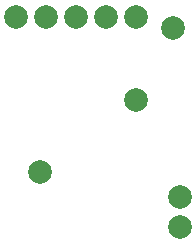
<source format=gbl>
G04*
G04 #@! TF.GenerationSoftware,Altium Limited,Altium Designer,22.9.1 (49)*
G04*
G04 Layer_Physical_Order=2*
G04 Layer_Color=16711680*
%FSLAX25Y25*%
%MOIN*%
G70*
G04*
G04 #@! TF.SameCoordinates,48678A20-E73A-45B2-88C3-2CBFC3E8533A*
G04*
G04*
G04 #@! TF.FilePolarity,Positive*
G04*
G01*
G75*
%ADD33C,0.07874*%
D33*
X69500Y19000D02*
D03*
Y29000D02*
D03*
X15000Y89000D02*
D03*
X55000D02*
D03*
X45000D02*
D03*
X35000D02*
D03*
X25000D02*
D03*
X55000Y61500D02*
D03*
X22831Y37331D02*
D03*
X67031Y85451D02*
D03*
M02*

</source>
